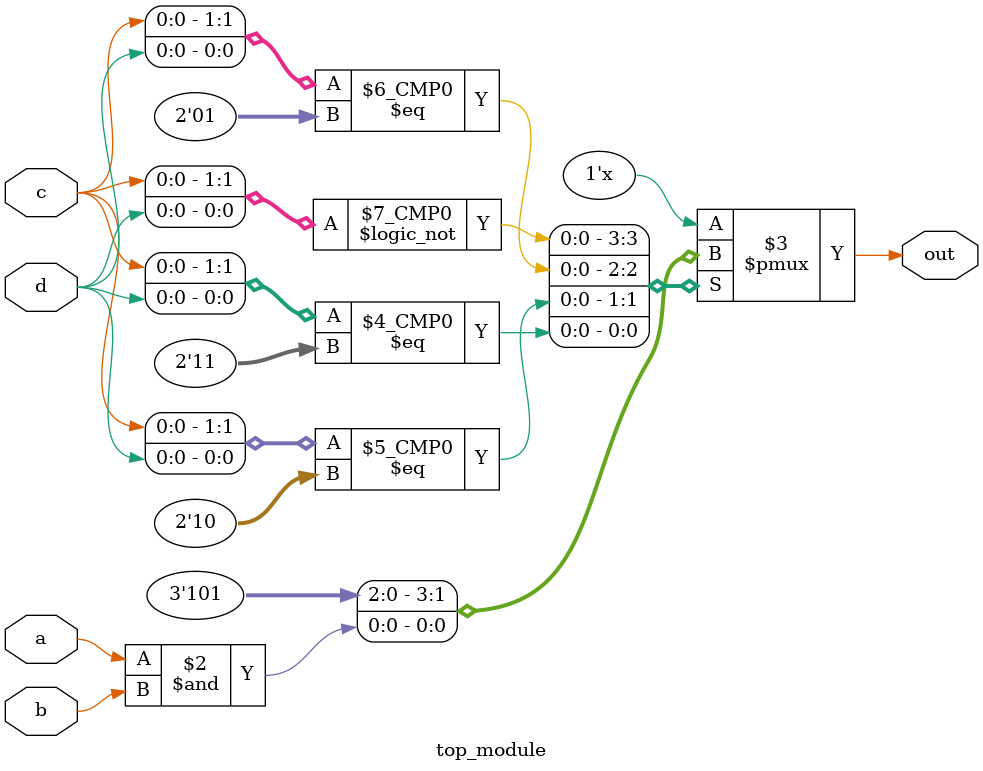
<source format=sv>
module top_module (
    input a,
    input b,
    input c,
    input d,
    output reg out
);

always @(*) begin
    case ({c, d})
        2'b00: out = 1'b1;
        2'b01: out = 1'b0;
        2'b10: out = 1'b1;
        2'b11: out = a & b;
    endcase
end

endmodule

</source>
